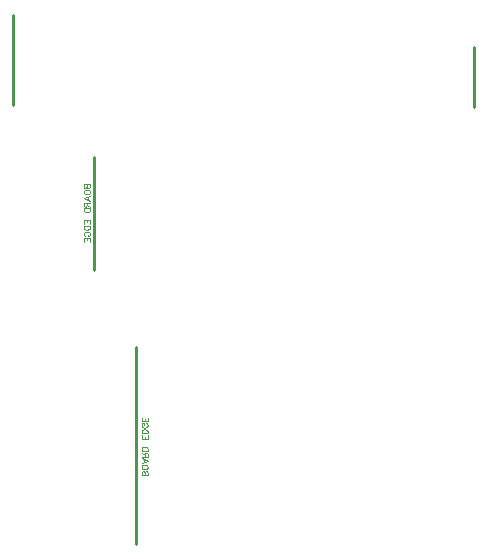
<source format=gbr>
G04 DipTrace 3.0.0.2*
G04 BottomAssy.gbr*
%MOMM*%
G04 #@! TF.FileFunction,Drawing,Bot*
G04 #@! TF.Part,Single*
%ADD10C,0.25*%
%ADD72C,0.07843*%
%FSLAX35Y35*%
G04*
G71*
G90*
G75*
G01*
G04 BotAssy*
%LPD*%
X2051992Y3099000D2*
D10*
Y4771000D1*
X1693994Y6381000D2*
Y5419000D1*
X1010000Y6818966D2*
Y7581000D1*
X4916000Y7308000D2*
Y6800000D1*
X2149270Y3682356D2*
D72*
X2098226D1*
Y3704256D1*
X2100697Y3711556D1*
X2103111Y3713971D1*
X2107941Y3716386D1*
X2115241D1*
X2120126Y3713971D1*
X2122541Y3711556D1*
X2124955Y3704256D1*
X2127426Y3711556D1*
X2129841Y3713971D1*
X2134670Y3716386D1*
X2139555D1*
X2144385Y3713971D1*
X2146855Y3711556D1*
X2149270Y3704256D1*
Y3682356D1*
X2124955D2*
Y3704256D1*
X2149270Y3746672D2*
X2146855Y3741787D1*
X2141970Y3736957D1*
X2137141Y3734487D1*
X2129841Y3732072D1*
X2117655D1*
X2110411Y3734487D1*
X2105526Y3736957D1*
X2100697Y3741787D1*
X2098226Y3746672D1*
Y3756387D1*
X2100697Y3761216D1*
X2105526Y3766101D1*
X2110411Y3768516D1*
X2117655Y3770930D1*
X2129841D1*
X2137141Y3768516D1*
X2141970Y3766101D1*
X2146855Y3761216D1*
X2149270Y3756387D1*
Y3746672D1*
X2098226Y3825531D2*
X2149270Y3806046D1*
X2098226Y3786617D1*
X2115241Y3793917D2*
Y3818231D1*
X2124955Y3841218D2*
Y3863061D1*
X2127426Y3870361D1*
X2129841Y3872832D1*
X2134670Y3875247D1*
X2139555D1*
X2144385Y3872832D1*
X2146855Y3870361D1*
X2149270Y3863061D1*
Y3841218D1*
X2098226D1*
X2124955Y3858232D2*
X2098226Y3875247D1*
X2149270Y3890933D2*
X2098226D1*
Y3907948D1*
X2100697Y3915248D1*
X2105526Y3920133D1*
X2110411Y3922548D1*
X2117655Y3924962D1*
X2129841D1*
X2137141Y3922548D1*
X2141970Y3920133D1*
X2146855Y3915248D1*
X2149270Y3907948D1*
Y3890933D1*
Y4021586D2*
Y3990027D1*
X2098226D1*
Y4021586D1*
X2124955Y3990027D2*
Y4009456D1*
X2149270Y4037272D2*
X2098226D1*
Y4054287D1*
X2100697Y4061587D1*
X2105526Y4066472D1*
X2110411Y4068887D1*
X2117655Y4071301D1*
X2129841D1*
X2137141Y4068886D1*
X2141970Y4066472D1*
X2146855Y4061586D1*
X2149270Y4054286D1*
Y4037272D1*
X2137141Y4123431D2*
X2141970Y4121016D1*
X2146855Y4116131D1*
X2149270Y4111302D1*
Y4101587D1*
X2146855Y4096702D1*
X2141970Y4091873D1*
X2137141Y4089402D1*
X2129841Y4086987D1*
X2117655D1*
X2110411Y4089402D1*
X2105526Y4091873D1*
X2100697Y4096702D1*
X2098226Y4101587D1*
Y4111302D1*
X2100697Y4116131D1*
X2105526Y4121017D1*
X2110411Y4123431D1*
X2117655D1*
Y4111302D1*
X2149270Y4170676D2*
Y4139117D1*
X2098226D1*
Y4170676D1*
X2124955Y4139117D2*
Y4158546D1*
X1609230Y6150106D2*
X1660274D1*
Y6128206D1*
X1657803Y6120906D1*
X1655389Y6118491D1*
X1650559Y6116076D1*
X1643259D1*
X1638374Y6118491D1*
X1635959Y6120906D1*
X1633545Y6128206D1*
X1631074Y6120906D1*
X1628659Y6118491D1*
X1623830Y6116076D1*
X1618945D1*
X1614115Y6118491D1*
X1611645Y6120906D1*
X1609230Y6128206D1*
Y6150106D1*
X1633545D2*
Y6128206D1*
X1609230Y6085790D2*
X1611645Y6090676D1*
X1616530Y6095505D1*
X1621359Y6097976D1*
X1628659Y6100390D1*
X1640845D1*
X1648089Y6097976D1*
X1652974Y6095505D1*
X1657803Y6090676D1*
X1660274Y6085790D1*
Y6076076D1*
X1657803Y6071246D1*
X1652974Y6066361D1*
X1648089Y6063946D1*
X1640845Y6061532D1*
X1628659D1*
X1621359Y6063946D1*
X1616530Y6066361D1*
X1611645Y6071246D1*
X1609230Y6076076D1*
Y6085790D1*
X1660274Y6006931D2*
X1609230Y6026416D1*
X1660274Y6045845D1*
X1643259Y6038545D2*
Y6014231D1*
X1633545Y5991245D2*
Y5969401D1*
X1631074Y5962101D1*
X1628659Y5959630D1*
X1623830Y5957215D1*
X1618945D1*
X1614115Y5959630D1*
X1611645Y5962101D1*
X1609230Y5969401D1*
Y5991245D1*
X1660274D1*
X1633545Y5974230D2*
X1660274Y5957215D1*
X1609230Y5941529D2*
X1660274D1*
Y5924514D1*
X1657803Y5917214D1*
X1652974Y5912329D1*
X1648089Y5909914D1*
X1640845Y5907500D1*
X1628659D1*
X1621359Y5909914D1*
X1616530Y5912329D1*
X1611645Y5917214D1*
X1609230Y5924514D1*
Y5941529D1*
Y5810877D2*
Y5842435D1*
X1660274D1*
Y5810877D1*
X1633545Y5842435D2*
Y5823006D1*
X1609230Y5795190D2*
X1660274D1*
Y5778176D1*
X1657803Y5770876D1*
X1652974Y5765990D1*
X1648089Y5763576D1*
X1640845Y5761161D1*
X1628659D1*
X1621359Y5763576D1*
X1616530Y5765990D1*
X1611645Y5770876D1*
X1609230Y5778176D1*
Y5795190D1*
X1621359Y5709031D2*
X1616530Y5711446D1*
X1611645Y5716331D1*
X1609230Y5721160D1*
Y5730875D1*
X1611645Y5735760D1*
X1616530Y5740589D1*
X1621359Y5743060D1*
X1628659Y5745475D1*
X1640845D1*
X1648089Y5743060D1*
X1652974Y5740589D1*
X1657803Y5735760D1*
X1660274Y5730875D1*
Y5721160D1*
X1657803Y5716331D1*
X1652974Y5711446D1*
X1648089Y5709031D1*
X1640845D1*
Y5721160D1*
X1609230Y5661787D2*
Y5693345D1*
X1660274D1*
Y5661787D1*
X1633545Y5693345D2*
Y5673916D1*
M02*

</source>
